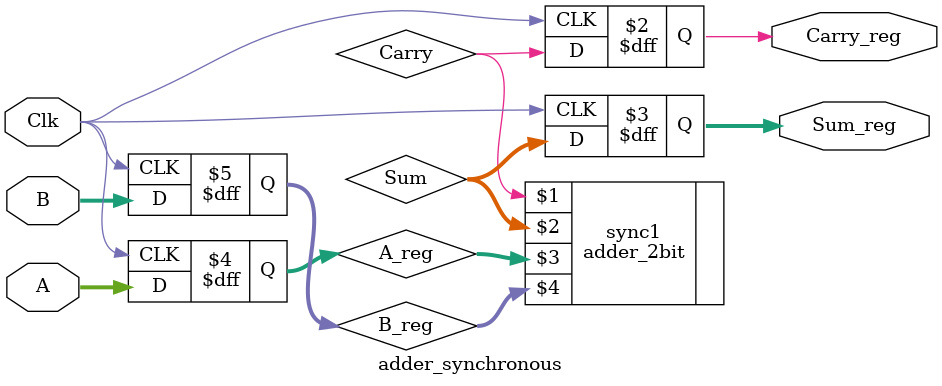
<source format=v>
`timescale 1ns/1ps //delay unit is 1ns

module adder_synchronous(Carry_reg,Sum_reg,Clk, A,B);
//output ports should be regs
//because they need to hold states 

output reg Carry_reg;
output reg [1:0] Sum_reg;
input wire Clk;
input wire [1:0] A,B;

//intermediate nets
reg [1:0] A_reg, B_reg; // 2-bit registers
wire Carry;
wire [1:0] Sum;

//instantiate 2-bit adder 
adder_2bit sync1(Carry,Sum,A_reg,B_reg);

//this behavioral block describes two 2-bit registers
//registers are nothing more than grouped flip-flops
always@(posedge Clk)
begin   //if more than 2 staements we need a begin/end block
    A_reg <= A; //we use non-blocking assignemnt 
    B_reg <= B; //because they happen concurrently
    //registers to store the results 
    Carry_reg <= Carry; //wires can drive regs
    Sum_reg <= Sum;     //both are 2-bit
end
//we could group these all into one block 
endmodule //designate end of module 
</source>
